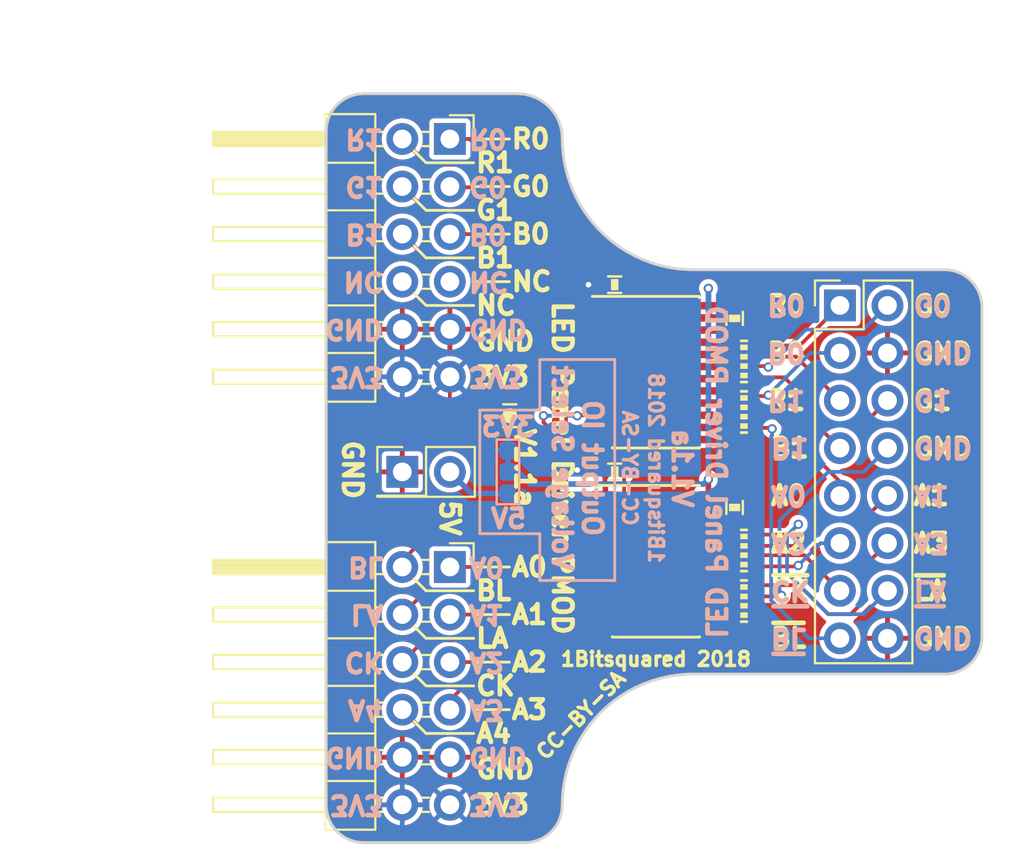
<source format=kicad_pcb>
(kicad_pcb (version 20221018) (generator pcbnew)
  (title_block (title "iCEBreaker PMOD - Hyperram") (rev "V1.1a") (company "1BitSquared") (comment 1 "2018 (C) 1BitSquared <info@1bitsquared.com>") (comment 2 "2018 (C) Piotr Esden-Tempski <piotr@esden.net>") (comment 3 "License: CC-BY-SA 4.0"))
  (layers (0 "F.Cu" signal) (31 "B.Cu" signal) (34 "B.Paste" user) (35 "F.Paste" user) (36 "B.SilkS" user "B.Silkscreen") (37 "F.SilkS" user "F.Silkscreen") (38 "B.Mask" user) (39 "F.Mask" user) (44 "Edge.Cuts" user))
  (net 0 "")
  (net 1 "GND")
  (net 2 "+3V3")
  (net 3 "+5V")
  (net 4 "/VCCB")
  (net 5 "Net-(R1-Pad2)")
  (net 6 "Net-(R2-Pad2)")
  (net 7 "Net-(R3-Pad1)")
  (net 8 "Net-(R4-Pad1)")
  (net 9 "/iA3")
  (net 10 "/iA2")
  (net 11 "/iA1")
  (net 12 "/iA0")
  (net 13 "/iR1")
  (net 14 "/iR0")
  (net 15 "/iG1")
  (net 16 "/iG0")
  (net 17 "/iB1")
  (net 18 "/iB0")
  (net 19 "Net-(J4-Pad10)")
  (net 20 "Net-(J4-Pad4)")
  (net 21 "/A0")
  (net 22 "/B1")
  (net 23 "/B0")
  (net 24 "/G1")
  (net 25 "/G0")
  (net 26 "/R1")
  (net 27 "/R0")
  (net 28 "/A1")
  (net 29 "/A2")
  (net 30 "/A3")
  (net 31 "Net-(U2-Pad15)")
  (net 32 "Net-(U2-Pad14)")
  (net 33 "Net-(U2-Pad10)")
  (net 34 "Net-(U2-Pad9)")
  (net 35 "/B0x")
  (net 36 "/R1x")
  (net 37 "/R0x")
  (net 38 "/B1x")
  (net 39 "/A0x")
  (net 40 "/A2x")
  (net 41 "/G1x")
  (net 42 "/A4x")
  (net 43 "/G0x")
  (net 44 "/A1x")
  (net 45 "/A4")
  (net 46 "/A3x")
  (net 47 "/iA4")
  (net 48 "/BLANKx")
  (net 49 "/BLANK")
  (net 50 "/SCLK")
  (net 51 "/LATCH")
  (net 52 "/LATCHx")
  (net 53 "/SCLKx")
  (net 54 "/iSCLK")
  (net 55 "/iLATCH")
  (net 56 "/iBLANK")
  (footprint "pkl_connectors:PMODHeader_2x06_P2.54mm_Horizontal" (layer "F.Cu") (at 44 38.92 180)
    (fp_text reference "J4")
    (fp_text value "PMOD")
  )
  (footprint "pkl_dipol:R_0402" (layer "F.Cu") (at 52.8 34)
    (fp_text reference "R1")
    (fp_text value "10k")
  )
  (footprint "pkl_dipol:R_0402" (layer "F.Cu") (at 52.8 44)
    (fp_text reference "R2")
    (fp_text value "10k")
  )
  (footprint "pkl_dipol:R_0402" (layer "F.Cu") (at 59.2 35.8 90)
    (fp_text reference "R3")
    (fp_text value "10k")
  )
  (footprint "pkl_dipol:R_0402" (layer "F.Cu") (at 59.2 45.9 90)
    (fp_text reference "R4")
    (fp_text value "10k")
  )
  (footprint "pkl_dipol:C_0603" (layer "F.Cu") (at 47.2 41)
    (fp_text reference "C1")
    (fp_text value "10u")
  )
  (footprint "Package_SO:TSSOP-24_4.4x7.8mm_P0.65mm" (layer "F.Cu") (at 55 38.7)
    (fp_text reference "U1")
    (fp_text value "SN74LVC8T245")
  )
  (footprint "Connector_PinHeader_2.54mm:PinHeader_2x01_P2.54mm_Vertical" (layer "F.Cu") (at 41.46 44)
    (fp_text reference "J1")
    (fp_text value "5V")
  )
  (footprint "Connector_PinHeader_2.54mm:PinHeader_2x08_P2.54mm_Vertical" (layer "F.Cu") (at 64.82 35.11)
    (fp_text reference "J6")
    (fp_text value "Conn_02x08_Odd_Even")
  )
  (footprint "Package_SO:TSSOP-24_4.4x7.8mm_P0.65mm" (layer "F.Cu") (at 55 48.8)
    (fp_text reference "U2")
    (fp_text value "SN74LVC8T245")
  )
  (footprint "pkl_dipol:R_Array_Convex_4x0402" (layer "F.Cu") (at 59.7 38.1)
    (fp_text reference "R5")
    (fp_text value "33E")
  )
  (footprint "pkl_dipol:R_Array_Convex_4x0402" (layer "F.Cu") (at 59.7 40.8)
    (fp_text reference "R6")
    (fp_text value "33E")
  )
  (footprint "pkl_dipol:R_Array_Convex_4x0402" (layer "F.Cu") (at 59.7 48.2)
    (fp_text reference "R7")
    (fp_text value "33E")
  )
  (footprint "pkl_dipol:R_Array_Convex_4x0402" (layer "F.Cu") (at 59.7 50.9)
    (fp_text reference "R8")
    (fp_text value "33E")
  )
  (footprint "pkl_connectors:PMODHeader_2x06_P2.54mm_Horizontal" (layer "F.Cu") (at 44 61.78 180)
    (fp_text reference "J2")
    (fp_text value "PMOD")
  )
  (footprint "pkl_jumpers:J_NCNO_0903_30" (layer "B.Cu") (at 47.1 44 -90)
    (fp_text reference "J5")
    (fp_text value "jmp")
  )
  (gr_line (start 52.8 49.8) (end 48.8 49.8) (stroke (width 0.15)) (layer "B.SilkS"))
  (gr_line (start 45.6 47.3) (end 45.6 40.7) (stroke (width 0.15)) (layer "B.SilkS"))
  (gr_line (start 48.8 47.3) (end 45.6 47.3) (stroke (width 0.15)) (layer "B.SilkS"))
  (gr_line (start 48.8 40.7) (end 45.6 40.7) (stroke (width 0.15)) (layer "B.SilkS"))
  (gr_line (start 48.8 38) (end 48.8 40.7) (stroke (width 0.15)) (layer "B.SilkS"))
  (gr_line (start 48.8 38) (end 52.8 38) (stroke (width 0.15)) (layer "B.SilkS"))
  (gr_line (start 52.8 38) (end 52.8 49.8) (stroke (width 0.15)) (layer "B.SilkS"))
  (gr_line (start 48.8 49.8) (end 48.8 47.3) (stroke (width 0.15)) (layer "B.SilkS"))
  (gr_line (start 42.73 57.97) (end 45.27 57.97) (stroke (width 0.15)) (layer "F.SilkS"))
  (gr_line (start 42.73 55.43) (end 45.27 55.43) (stroke (width 0.15)) (layer "F.SilkS"))
  (gr_line (start 45.27 49.08) (end 47.175 49.08) (stroke (width 0.15)) (layer "F.SilkS"))
  (gr_line (start 42.73 50.35) (end 45.27 50.35) (stroke (width 0.15)) (layer "F.SilkS"))
  (gr_line (start 45.27 54.16) (end 47.175 54.16) (stroke (width 0.15)) (layer "F.SilkS"))
  (gr_line (start 42.73 52.89) (end 45.27 52.89) (stroke (width 0.15)) (layer "F.SilkS"))
  (gr_line (start 42.095 57.335) (end 42.73 57.97) (stroke (width 0.15)) (layer "F.SilkS"))
  (gr_line (start 42.095 54.795) (end 42.73 55.43) (stroke (width 0.15)) (layer "F.SilkS"))
  (gr_line (start 42.095 52.255) (end 42.73 52.89) (stroke (width 0.15)) (layer "F.SilkS"))
  (gr_line (start 45.27 51.62) (end 47.175 51.62) (stroke (width 0.15)) (layer "F.SilkS"))
  (gr_line (start 45.27 56.7) (end 47.175 56.7) (stroke (width 0.15)) (layer "F.SilkS"))
  (gr_line (start 42.095 49.715) (end 42.73 50.35) (stroke (width 0.15)) (layer "F.SilkS"))
  (gr_line (start 45.27 28.76) (end 47.175 28.76) (stroke (width 0.15)) (layer "F.SilkS"))
  (gr_line (start 42.73 32.57) (end 45.27 32.57) (stroke (width 0.15)) (layer "F.SilkS"))
  (gr_line (start 42.095 31.935) (end 42.73 32.57) (stroke (width 0.15)) (layer "F.SilkS"))
  (gr_line (start 42.73 35.11) (end 45.27 35.11) (stroke (width 0.15)) (layer "F.SilkS"))
  (gr_line (start 42.095 29.395) (end 42.73 30.03) (stroke (width 0.15)) (layer "F.SilkS"))
  (gr_line (start 42.095 26.855) (end 42.73 27.49) (stroke (width 0.15)) (layer "F.SilkS"))
  (gr_line (start 42.095 34.475) (end 42.73 35.11) (stroke (width 0.15)) (layer "F.SilkS"))
  (gr_line (start 42.73 30.03) (end 45.27 30.03) (stroke (width 0.15)) (layer "F.SilkS"))
  (gr_line (start 45.27 31.3) (end 47.175 31.3) (stroke (width 0.15)) (layer "F.SilkS"))
  (gr_line (start 45.27 33.84) (end 47.175 33.84) (stroke (width 0.15)) (layer "F.SilkS"))
  (gr_line (start 42.73 27.49) (end 45.27 27.49) (stroke (width 0.15)) (layer "F.SilkS"))
  (gr_line (start 45.27 26.22) (end 47.175 26.22) (stroke (width 0.15)) (layer "F.SilkS"))
  (gr_arc (start 56.999999 33.199999) (mid 52.050252 31.149747) (end 50 26.2) (stroke (width 0.15)) (layer "Edge.Cuts"))
  (gr_line (start 57 54.8) (end 70.4 54.8) (stroke (width 0.15)) (layer "Edge.Cuts"))
  (gr_line (start 37.4 61.8) (end 37.4 25.8) (stroke (width 0.15)) (layer "Edge.Cuts"))
  (gr_line (start 57 33.2) (end 70.4 33.2) (stroke (width 0.15)) (layer "Edge.Cuts"))
  (gr_arc (start 50 61.8) (mid 52.050253 56.850253) (end 57 54.8) (stroke (width 0.15)) (layer "Edge.Cuts"))
  (gr_line (start 72.4 35.2) (end 72.4 52.8) (stroke (width 0.15)) (layer "Edge.Cuts"))
  (gr_line (start 39.4 23.8) (end 47.6 23.8) (stroke (width 0.15)) (layer "Edge.Cuts"))
  (gr_arc (start 70.4 33.2) (mid 71.814214 33.785786) (end 72.4 35.2) (stroke (width 0.15)) (layer "Edge.Cuts"))
  (gr_arc (start 72.4 52.8) (mid 71.814214 54.214214) (end 70.4 54.8) (stroke (width 0.15)) (layer "Edge.Cuts"))
  (gr_arc (start 39.4 63.8) (mid 37.985786 63.214214) (end 37.4 61.8) (stroke (width 0.15)) (layer "Edge.Cuts"))
  (gr_arc (start 50 61.8) (mid 49.414214 63.214214) (end 48 63.8) (stroke (width 0.15)) (layer "Edge.Cuts"))
  (gr_arc (start 47.6 23.8) (mid 49.297056 24.502944) (end 50 26.2) (stroke (width 0.15)) (layer "Edge.Cuts"))
  (gr_line (start 48 63.8) (end 39.4 63.8) (stroke (width 0.15)) (layer "Edge.Cuts"))
  (gr_arc (start 37.4 25.8) (mid 37.985786 24.385786) (end 39.4 23.8) (stroke (width 0.15)) (layer "Edge.Cuts"))
  (gr_text "LED Panel Driver PMOD" (at 58.2 44 270) (layer "B.SilkS") (effects (font (size 1 1) (thickness 0.25)) (justify mirror)))
  (gr_text "5V" (at 48.2 46.5) (layer "B.SilkS") (effects (font (size 1 1) (thickness 0.25)) (justify left mirror)))
  (gr_text "3V3" (at 47.1 41.6) (layer "B.SilkS") (effects (font (size 1 1) (thickness 0.25)) (justify mirror)))
  (gr_text "Output IO\nVoltage Select" (at 50.8 43.8 270) (layer "B.SilkS") (effects (font (size 1 1) (thickness 0.25)) (justify mirror)))
  (gr_text "G0" (at 68.63 35.11 180) (layer "B.SilkS") (effects (font (size 1 1) (thickness 0.25)) (justify left mirror)))
  (gr_text "GND" (at 68.63 37.65 180) (layer "B.SilkS") (effects (font (size 1 1) (thickness 0.25)) (justify left mirror)))
  (gr_text "R0" (at 63.1 35.11 180) (layer "B.SilkS") (effects (font (size 1 1) (thickness 0.25)) (justify right mirror)))
  (gr_text "B0" (at 63.1 37.65 180) (layer "B.SilkS") (effects (font (size 1 1) (thickness 0.25)) (justify right mirror)))
  (gr_text "R1" (at 63.1 40.19 180) (layer "B.SilkS") (effects (font (size 1 1) (thickness 0.25)) (justify right mirror)))
  (gr_text "B1" (at 61.01 42.73 180) (layer "B.SilkS") (effects (font (size 1 1) (thickness 0.25)) (justify left mirror)))
  (gr_text "A0" (at 61.01 45.27 180) (layer "B.SilkS") (effects (font (size 1 1) (thickness 0.25)) (justify left mirror)))
  (gr_text "A2" (at 61.01 47.8 180) (layer "B.SilkS") (effects (font (size 1 1) (thickness 0.25)) (justify left mirror)))
  (gr_text "~{CK}" (at 61.01 50.35 180) (layer "B.SilkS") (effects (font (size 1 1) (thickness 0.25)) (justify left mirror)))
  (gr_text "~{BL}" (at 61.01 52.89 180) (layer "B.SilkS") (effects (font (size 1 1) (thickness 0.25)) (justify left mirror)))
  (gr_text "V1.1a" (at 56.4 43.8 270) (layer "B.SilkS") (effects (font (size 1 1) (thickness 0.25)) (justify mirror)))
  (gr_text "1Bitsquared 2018" (at 55 43.8 270) (layer "B.SilkS") (effects (font (size 0.75 0.75) (thickness 0.1875)) (justify mirror)))
  (gr_text "CC-BY-SA" (at 53.6 43.8 270) (layer "B.SilkS") (effects (font (size 0.75 0.75) (thickness 0.1875)) (justify mirror)))
  (gr_text "~{LA}" (at 68.63 50.35 180) (layer "B.SilkS") (effects (font (size 1 1) (thickness 0.25)) (justify left mirror)))
  (gr_text "GND" (at 68.63 52.89 180) (layer "B.SilkS") (effects (font (size 1 1) (thickness 0.25)) (justify left mirror)))
  (gr_text "A3" (at 68.63 47.8 180) (layer "B.SilkS") (effects (font (size 1 1) (thickness 0.25)) (justify left mirror)))
  (gr_text "A1" (at 68.63 45.27 180) (layer "B.SilkS") (effects (font (size 1 1) (thickness 0.25)) (justify left mirror)))
  (gr_text "GND" (at 68.63 42.73 180) (layer "B.SilkS") (effects (font (size 1 1) (thickness 0.25)) (justify left mirror)))
  (gr_text "G1" (at 68.63 40.19 180) (layer "B.SilkS") (effects (font (size 1 1) (thickness 0.25)) (justify left mirror)))
  (gr_text "R0" (at 44.889 26.2 180) (layer "B.SilkS") (effects (font (size 1 1) (thickness 0.25)) (justify left mirror)))
  (gr_text "R1" (at 40.571 26.22 180) (layer "B.SilkS") (effects (font (size 1 1) (thickness 0.25)) (justify right mirror)))
  (gr_text "G0" (at 44.889 28.76 180) (layer "B.SilkS") (effects (font (size 1 1) (thickness 0.25)) (justify left mirror)))
  (gr_text "G1" (at 40.571 28.76 180) (layer "B.SilkS") (effects (font (size 1 1) (thickness 0.25)) (justify right mirror)))
  (gr_text "B0" (at 44.889 31.3 180) (layer "B.SilkS") (effects (font (size 1 1) (thickness 0.25)) (justify left mirror)))
  (gr_text "B1" (at 40.571 31.3 180) (layer "B.SilkS") (effects (font (size 1 1) (thickness 0.25)) (justify right mirror)))
  (gr_text "NC" (at 44.889 33.84 180) (layer "B.SilkS") (effects (font (size 1 1) (thickness 0.25)) (justify left mirror)))
  (gr_text "GND" (at 44.889 36.38 180) (layer "B.SilkS") (effects (font (size 1 1) (thickness 0.25)) (justify left mirror)))
  (gr_text "3V3" (at 40.571 38.92 180) (layer "B.SilkS") (effects (font (size 1 1) (thickness 0.25)) (justify right mirror)))
  (gr_text "NC" (at 40.571 33.84 180) (layer "B.SilkS") (effects (font (size 1 1) (thickness 0.25)) (justify right mirror)))
  (gr_text "A0" (at 44.889 49.08 180) (layer "B.SilkS") (effects (font (size 1 1) (thickness 0.25)) (justify left mirror)))
  (gr_text "BL" (at 40.571 49.08 180) (layer "B.SilkS") (effects (font (size 1 1) (thickness 0.25)) (justify right mirror)))
  (gr_text "GND" (at 40.571 36.38 180) (layer "B.SilkS") (effects (font (size 1 1) (thickness 0.25)) (justify right mirror)))
  (gr_text "3V3" (at 44.889 38.92 180) (layer "B.SilkS") (effects (font (size 1 1) (thickness 0.25)) (justify left mirror)))
  (gr_text "A1" (at 44.889 51.62 180) (layer "B.SilkS") (effects (font (size 1 1) (thickness 0.25)) (justify left mirror)))
  (gr_text "LA" (at 40.571 51.62 180) (layer "B.SilkS") (effects (font (size 1 1) (thickness 0.25)) (justify right mirror)))
  (gr_text "A2" (at 44.889 54.16 180) (layer "B.SilkS") (effects (font (size 1 1) (thickness 0.25)) (justify left mirror)))
  (gr_text "CK" (at 40.571 54.16 180) (layer "B.SilkS") (effects (font (size 1 1) (thickness 0.25)) (justify right mirror)))
  (gr_text "A3" (at 44.889 56.7 180) (layer "B.SilkS") (effects (font (size 1 1) (thickness 0.25)) (justify left mirror)))
  (gr_text "A4" (at 40.571 56.7 180) (layer "B.SilkS") (effects (font (size 1 1) (thickness 0.25)) (justify right mirror)))
  (gr_text "GND" (at 44.889 59.24 180) (layer "B.SilkS") (effects (font (size 1 1) (thickness 0.25)) (justify left mirror)))
  (gr_text "GND" (at 40.571 59.24 180) (layer "B.SilkS") (effects (font (size 1 1) (thickness 0.25)) (justify right mirror)))
  (gr_text "3V3" (at 44.889 61.78 180) (layer "B.SilkS") (effects (font (size 1 1) (thickness 0.25)) (justify left mirror)))
  (gr_text "3V3" (at 40.571 61.78 180) (layer "B.SilkS") (effects (font (size 1 1) (thickness 0.25)) (justify right mirror)))
  (gr_text "V1.1a" (at 48 43.8 270) (layer "F.SilkS") (effects (font (size 1 1) (thickness 0.25))))
  (gr_text "CC-BY-SA" (at 51 57 45) (layer "F.SilkS") (effects (font (size 0.75 0.75) (thickness 0.1875))))
  (gr_text "R0" (at 47.175 26.22) (layer "F.SilkS") (effects (font (size 1 1) (thickness 0.25)) (justify left)))
  (gr_text "R1" (at 45.27 27.49) (layer "F.SilkS") (effects (font (size 1 1) (thickness 0.25)) (justify left)))
  (gr_text "G0" (at 47.175 28.76) (layer "F.SilkS") (effects (font (size 1 1) (thickness 0.25)) (justify left)))
  (gr_text "G1" (at 45.27 30.03) (layer "F.SilkS") (effects (font (size 1 1) (thickness 0.25)) (justify left)))
  (gr_text "B0" (at 47.175 31.3) (layer "F.SilkS") (effects (font (size 1 1) (thickness 0.25)) (justify left)))
  (gr_text "B1" (at 45.27 32.57) (layer "F.SilkS") (effects (font (size 1 1) (thickness 0.25)) (justify left)))
  (gr_text "3V3" (at 45.27 38.92) (layer "F.SilkS") (effects (font (size 1 1) (thickness 0.25)) (justify left)))
  (gr_text "GND" (at 45.27 37.015) (layer "F.SilkS") (effects (font (size 1 1) (thickness 0.25)) (justify left)))
  (gr_text "NC" (at 47.175 33.84) (layer "F.SilkS") (effects (font (size 1 1) (thickness 0.25)) (justify left)))
  (gr_text "NC" (at 45.27 35.11) (layer "F.SilkS") (effects (font (size 1 1) (thickness 0.25)) (justify left)))
  (gr_text "LA" (at 45.27 52.89) (layer "F.SilkS") (effects (font (size 1 1) (thickness 0.25)) (justify left)))
  (gr_text "A2" (at 47.175 54.16) (layer "F.SilkS") (effects (font (size 1 1) (thickness 0.25)) (justify left)))
  (gr_text "A3" (at 47.175 56.7) (layer "F.SilkS") (effects (font (size 1 1) (thickness 0.25)) (justify left)))
  (gr_text "BL" (at 45.27 50.35) (layer "F.SilkS") (effects (font (size 1 1) (thickness 0.25)) (justify left)))
  (gr_text "A0" (at 47.175 49.08) (layer "F.SilkS") (effects (font (size 1 1) (thickness 0.25)) (justify left)))
  (gr_text "CK" (at 45.27 55.43) (layer "F.SilkS") (effects (font (size 1 1) (thickness 0.25)) (justify left)))
  (gr_text "3V3" (at 45.27 61.78) (layer "F.SilkS") (effects (font (size 1 1) (thickness 0.25)) (justify left)))
  (gr_text "A4" (at 45.27 57.97) (layer "F.SilkS") (effects (font (size 1 1) (thickness 0.25)) (justify left)))
  (gr_text "A1" (at 47.175 51.62) (layer "F.SilkS") (effects (font (size 1 1) (thickness 0.25)) (justify left)))
  (gr_text "GND" (at 45.27 59.875) (layer "F.SilkS") (effects (font (size 1 1) (thickness 0.25)) (justify left)))
  (gr_text "R0" (at 63.1 35.11) (layer "F.SilkS") (effects (font (size 1 1) (thickness 0.25)) (justify right)))
  (gr_text "G0" (at 68.63 35.11) (layer "F.SilkS") (effects (font (size 1 1) (thickness 0.25)) (justify left)))
  (gr_text "B0" (at 63.1 37.65) (layer "F.SilkS") (effects (font (size 1 1) (thickness 0.25)) (justify right)))
  (gr_text "GND" (at 68.63 37.65) (layer "F.SilkS") (effects (font (size 1 1) (thickness 0.25)) (justify left)))
  (gr_text "R1" (at 63.1 40.19) (layer "F.SilkS") (effects (font (size 1 1) (thickness 0.25)) (justify right)))
  (gr_text "B1" (at 61.01 42.73) (layer "F.SilkS") (effects (font (size 1 1) (thickness 0.25)) (justify left)))
  (gr_text "G1" (at 68.63 40.19) (layer "F.SilkS") (effects (font (size 1 1) (thickness 0.25)) (justify left)))
  (gr_text "GND" (at 68.63 42.73) (layer "F.SilkS") (effects (font (size 1 1) (thickness 0.25)) (justify left)))
  (gr_text "A0" (at 61.01 45.27) (layer "F.SilkS") (effects (font (size 1 1) (thickness 0.25)) (justify left)))
  (gr_text "A1" (at 68.63 45.27) (layer "F.SilkS") (effects (font (size 1 1) (thickness 0.25)) (justify left)))
  (gr_text "A2" (at 61.01 47.81) (layer "F.SilkS") (effects (font (size 1 1) (thickness 0.25)) (justify left)))
  (gr_text "A3" (at 68.63 47.81) (layer "F.SilkS") (effects (font (size 1 1) (thickness 0.25)) (justify left)))
  (gr_text "~{CK}" (at 61.01 50.35) (layer "F.SilkS") (effects (font (size 1 1) (thickness 0.25)) (justify left)))
  (gr_text "~{LA}" (at 68.63 50.35) (layer "F.SilkS") (effects (font (size 1 1) (thickness 0.25)) (justify left)))
  (gr_text "~{BL}" (at 61.01 52.89) (layer "F.SilkS") (effects (font (size 1 1) (thickness 0.25)) (justify left)))
  (gr_text "GND" (at 68.63 52.89) (layer "F.SilkS") (effects (font (size 1 1) (thickness 0.25)) (justify left)))
  (gr_text "1Bitsquared 2018" (at 55 54) (layer "F.SilkS") (effects (font (size 0.75 0.75) (thickness 0.1875))))
  (gr_text "5V" (at 44 45.4 270) (layer "F.SilkS") (effects (font (size 1 1) (thickness 0.25)) (justify left)))
  (gr_text "GND" (at 38.8 42.2 270) (layer "F.SilkS") (effects (font (size 1 1) (thickness 0.25)) (justify left)))
  (gr_text "LED Panel Driver PMOD" (at 50 43.8 270) (layer "F.SilkS") (effects (font (size 1 1) (thickness 0.25))))
  (segment (start 44.877919 41) (end 46.05 41) (width 0.2) (layer "F.Cu") (net 2))
  (segment (start 44 38.92) (end 44 40.122081) (width 0.2) (layer "F.Cu") (net 2))
  (segment (start 44 40.122081) (end 44.877919 41) (width 0.2) (layer "F.Cu") (net 2))
  (segment (start 52.3 45.075) (end 52.15 45.225) (width 0.3) (layer "F.Cu") (net 2))
  (segment (start 52.3 34.975) (end 52.15 35.125) (width 0.3) (layer "F.Cu") (net 2))
  (segment (start 50.9 44) (end 50.8 43.9) (width 0.3) (layer "F.Cu") (net 2))
  (segment (start 52.3 34) (end 51.4 34) (width 0.3) (layer "F.Cu") (net 2))
  (segment (start 52.3 44) (end 50.9 44) (width 0.3) (layer "F.Cu") (net 2))
  (segment (start 52.3 34) (end 52.3 34.975) (width 0.3) (layer "F.Cu") (net 2))
  (segment (start 46.05 41) (end 46.45 41) (width 0.2) (layer "F.Cu") (net 2))
  (segment (start 52.3 44) (end 52.3 45.075) (width 0.3) (layer "F.Cu") (net 2))
  (via (at 51.4 34) (size 0.5) (drill 0.3) (layers "F.Cu" "B.Cu") (net 2))
  (via (at 50.8 43.9) (size 0.5) (drill 0.3) (layers "F.Cu" "B.Cu") (net 2))
  (segment (start 44 38.92) (end 47.1 42.02) (width 0.3) (layer "B.Cu") (net 2))
  (segment (start 47.1 42.02) (end 47.1 42.85) (width 0.3) (layer "B.Cu") (net 2))
  (segment (start 44 44) (end 45.15 45.15) (width 0.3) (layer "B.Cu") (net 3))
  (segment (start 45.15 45.15) (end 47.1 45.15) (width 0.3) (layer "B.Cu") (net 3))
  (segment (start 57.8 45.175) (end 57.85 45.225) (width 0.3) (layer "F.Cu") (net 4))
  (segment (start 57.8 35.075) (end 57.85 35.125) (width 0.3) (layer "F.Cu") (net 4))
  (segment (start 57.85 35.125) (end 57.85 35.775) (width 0.3) (layer "F.Cu") (net 4))
  (segment (start 57.85 45.875) (end 57.85 45.225) (width 0.3) (layer "F.Cu") (net 4))
  (segment (start 57.8 44.4) (end 57.8 45.175) (width 0.3) (layer "F.Cu") (net 4))
  (segment (start 57.8 34.2) (end 57.8 35.075) (width 0.3) (layer "F.Cu") (net 4))
  (via (at 57.8 34.2) (size 0.5) (drill 0.3) (layers "F.Cu" "B.Cu") (net 4))
  (via (at 57.8 44.4) (size 0.5) (drill 0.3) (layers "F.Cu" "B.Cu") (net 4))
  (segment (start 47.1 44) (end 47.65 44) (width 0.3) (layer "B.Cu") (net 4))
  (segment (start 57.8 44.4) (end 57.8 34.2) (width 0.3) (layer "B.Cu") (net 4))
  (segment (start 47.65 44) (end 48.299999 44.649999) (width 0.3) (layer "B.Cu") (net 4))
  (segment (start 57.7 44.5) (end 57.8 44.4) (width 0.3) (layer "B.Cu") (net 4))
  (segment (start 48.299999 44.649999) (end 57.550001 44.649999) (width 0.3) (layer "B.Cu") (net 4))
  (segment (start 57.550001 44.649999) (end 57.8 44.4) (width 0.3) (layer "B.Cu") (net 4))
  (segment (start 53.3 35.375) (end 52.9 35.775) (width 0.2) (layer "F.Cu") (net 5))
  (segment (start 52.9 35.775) (end 52.15 35.775) (width 0.2) (layer "F.Cu") (net 5))
  (segment (start 53.3 34) (end 53.3 35.375) (width 0.2) (layer "F.Cu") (net 5))
  (segment (start 53.3 44.4) (end 53.3 44) (width 0.2) (layer "F.Cu") (net 6))
  (segment (start 52.15 45.875) (end 52.9 45.875) (width 0.2) (layer "F.Cu") (net 6))
  (segment (start 52.9 45.875) (end 53.3 45.475) (width 0.2) (layer "F.Cu") (net 6))
  (segment (start 53.3 45.475) (end 53.3 44.4) (width 0.2) (layer "F.Cu") (net 6))
  (segment (start 59.075 36.425) (end 59.2 36.3) (width 0.2) (layer "F.Cu") (net 7))
  (segment (start 57.85 36.425) (end 59.075 36.425) (width 0.2) (layer "F.Cu") (net 7))
  (segment (start 59.075 46.525) (end 59.2 46.4) (width 0.2) (layer "F.Cu") (net 8))
  (segment (start 57.85 46.525) (end 59.075 46.525) (width 0.2) (layer "F.Cu") (net 8))
  (segment (start 51.075 49.125) (end 52.15 49.125) (width 0.2) (layer "F.Cu") (net 9))
  (segment (start 44 56.7) (end 44 56.2) (width 0.2) (layer "F.Cu") (net 9))
  (segment (start 44 56.2) (end 51.075 49.125) (width 0.2) (layer "F.Cu") (net 9))
  (segment (start 45.474302 54.16) (end 51.159302 48.475) (width 0.2) (layer "F.Cu") (net 10))
  (segment (start 51.4 48.475) (end 52.15 48.475) (width 0.2) (layer "F.Cu") (net 10))
  (segment (start 51.159302 48.475) (end 51.4 48.475) (width 0.2) (layer "F.Cu") (net 10))
  (segment (start 44 54.16) (end 45.474302 54.16) (width 0.2) (layer "F.Cu") (net 10))
  (segment (start 44 51.62) (end 46.78 51.62) (width 0.2) (layer "F.Cu") (net 11))
  (segment (start 46.78 51.62) (end 51.225 47.175) (width 0.2) (layer "F.Cu") (net 11))
  (segment (start 51.225 47.175) (end 52.15 47.175) (width 0.2) (layer "F.Cu") (net 11))
  (segment (start 50.660996 40.325) (end 51.4 40.325) (width 0.2) (layer "F.Cu") (net 12))
  (segment (start 51.4 40.325) (end 52.15 40.325) (width 0.2) (layer "F.Cu") (net 12))
  (segment (start 50.2 40.785996) (end 50.660996 40.325) (width 0.2) (layer "F.Cu") (net 12))
  (segment (start 50.2 47) (end 50.2 40.785996) (width 0.2) (layer "F.Cu") (net 12))
  (segment (start 44 49.08) (end 48.12 49.08) (width 0.2) (layer "F.Cu") (net 12))
  (segment (start 48.12 49.08) (end 50.2 47) (width 0.2) (layer "F.Cu") (net 12))
  (segment (start 49 35.7657) (end 50.3093 37.075) (width 0.2) (layer "F.Cu") (net 13))
  (segment (start 42.84 27.6) (end 45.8 27.6) (width 0.2) (layer "F.Cu") (net 13))
  (segment (start 51.4 37.075) (end 52.15 37.075) (width 0.2) (layer "F.Cu") (net 13))
  (segment (start 50.3093 37.075) (end 51.4 37.075) (width 0.2) (layer "F.Cu") (net 13))
  (segment (start 45.8 27.6) (end 49 30.8) (width 0.2) (layer "F.Cu") (net 13))
  (segment (start 49 30.8) (end 49 35.7657) (width 0.2) (layer "F.Cu") (net 13))
  (segment (start 41.46 26.22) (end 42.84 27.6) (width 0.2) (layer "F.Cu") (net 13))
  (segment (start 49.4 30.57) (end 49.4 35.6) (width 0.2) (layer "F.Cu") (net 14))
  (segment (start 51.4 36.425) (end 52.15 36.425) (width 0.2) (layer "F.Cu") (net 14))
  (segment (start 45.05 26.22) (end 49.4 30.57) (width 0.2) (layer "F.Cu") (net 14))
  (segment (start 49.4 35.6) (end 50.225 36.425) (width 0.2) (layer "F.Cu") (net 14))
  (segment (start 50.225 36.425) (end 51.4 36.425) (width 0.2) (layer "F.Cu") (net 14))
  (segment (start 44 26.22) (end 45.05 26.22) (width 0.2) (layer "F.Cu") (net 14))
  (segment (start 51.4 38.375) (end 52.15 38.375) (width 0.2) (layer "F.Cu") (net 15))
  (segment (start 42.7 30) (end 47 30) (width 0.2) (layer "F.Cu") (net 15))
  (segment (start 41.46 28.76) (end 42.7 30) (width 0.2) (layer "F.Cu") (net 15))
  (segment (start 48.2 31.2) (end 48.2 36.0971) (width 0.2) (layer "F.Cu") (net 15))
  (segment (start 48.2 36.0971) (end 50.4779 38.375) (width 0.2) (layer "F.Cu") (net 15))
  (segment (start 47 30) (end 48.2 31.2) (width 0.2) (layer "F.Cu") (net 15))
  (segment (start 50.4779 38.375) (end 51.4 38.375) (width 0.2) (layer "F.Cu") (net 15))
  (segment (start 46.4 28.8) (end 48.6 31) (width 0.2) (layer "F.Cu") (net 16))
  (segment (start 48.6 31) (end 48.6 35.9314) (width 0.2) (layer "F.Cu") (net 16))
  (segment (start 51.4 37.725) (end 52.15 37.725) (width 0.2) (layer "F.Cu") (net 16))
  (segment (start 50.3936 37.725) (end 51.4 37.725) (width 0.2) (layer "F.Cu") (net 16))
  (segment (start 48.6 35.9314) (end 50.3936 37.725) (width 0.2) (layer "F.Cu") (net 16))
  (segment (start 44 28.76) (end 44.04 28.8) (width 0.2) (layer "F.Cu") (net 16))
  (segment (start 44.04 28.8) (end 46.4 28.8) (width 0.2) (layer "F.Cu") (net 16))
  (segment (start 51.4 39.675) (end 52.15 39.675) (width 0.2) (layer "F.Cu") (net 17))
  (segment (start 50.6465 39.675) (end 51.4 39.675) (width 0.2) (layer "F.Cu") (net 17))
  (segment (start 42.775688 32.615688) (end 44.615688 32.615688) (width 0.2) (layer "F.Cu") (net 17))
  (segment (start 47.4 36.4285) (end 50.6465 39.675) (width 0.2) (layer "F.Cu") (net 17))
  (segment (start 47.4 35.4) (end 47.4 36.4285) (width 0.2) (layer "F.Cu") (net 17))
  (segment (start 41.46 31.3) (end 42.775688 32.615688) (width 0.2) (layer "F.Cu") (net 17))
  (segment (start 44.615688 32.615688) (end 47.4 35.4) (width 0.2) (layer "F.Cu") (net 17))
  (segment (start 51.4 39.025) (end 52.15 39.025) (width 0.2) (layer "F.Cu") (net 18))
  (segment (start 47.8 36.2628) (end 50.5622 39.025) (width 0.2) (layer "F.Cu") (net 18))
  (segment (start 45.9 31.3) (end 47.8 33.2) (width 0.2) (layer "F.Cu") (net 18))
  (segment (start 44 31.3) (end 45.9 31.3) (width 0.2) (layer "F.Cu") (net 18))
  (segment (start 47.8 33.2) (end 47.8 36.2628) (width 0.2) (layer "F.Cu") (net 18))
  (segment (start 50.5622 39.025) (end 51.4 39.025) (width 0.2) (layer "F.Cu") (net 18))
  (segment (start 59.2 41.05) (end 57.925 41.05) (width 0.2) (layer "F.Cu") (net 21))
  (segment (start 57.925 41.05) (end 57.85 40.975) (width 0.2) (layer "F.Cu") (net 21))
  (segment (start 58.700001 40.55) (end 58.475001 40.325) (width 0.2) (layer "F.Cu") (net 22))
  (segment (start 59.2 40.55) (end 58.700001 40.55) (width 0.2) (layer "F.Cu") (net 22))
  (segment (start 58.475001 40.325) (end 57.85 40.325) (width 0.2) (layer "F.Cu") (net 22))
  (segment (start 59.2 39.95) (end 58.925 39.675) (width 0.2) (layer "F.Cu") (net 23))
  (segment (start 58.925 39.675) (end 57.85 39.675) (width 0.2) (layer "F.Cu") (net 23))
  (segment (start 57.925 38.95) (end 57.85 39.025) (width 0.2) (layer "F.Cu") (net 24))
  (segment (start 59.2 38.95) (end 57.925 38.95) (width 0.2) (layer "F.Cu") (net 24))
  (segment (start 57.875 38.35) (end 57.85 38.375) (width 0.2) (layer "F.Cu") (net 25))
  (segment (start 59.2 38.35) (end 57.875 38.35) (width 0.2) (layer "F.Cu") (net 25))
  (segment (start 57.975 37.85) (end 57.85 37.725) (width 0.2) (layer "F.Cu") (net 26))
  (segment (start 59.2 37.85) (end 57.975 37.85) (width 0.2) (layer "F.Cu") (net 26))
  (segment (start 59.025 37.075) (end 57.85 37.075) (width 0.2) (layer "F.Cu") (net 27))
  (segment (start 59.2 37.25) (end 59.025 37.075) (width 0.2) (layer "F.Cu") (net 27))
  (segment (start 59.2 47.95) (end 57.975 47.95) (width 0.2) (layer "F.Cu") (net 28))
  (segment (start 57.975 47.95) (end 57.85 47.825) (width 0.2) (layer "F.Cu") (net 28))
  (segment (start 59.2 49.05) (end 57.925 49.05) (width 0.2) (layer "F.Cu") (net 29))
  (segment (start 57.925 49.05) (end 57.85 49.125) (width 0.2) (layer "F.Cu") (net 29))
  (segment (start 59.2 50.05) (end 58.925 49.775) (width 0.2) (layer "F.Cu") (net 30))
  (segment (start 58.925 49.775) (end 57.85 49.775) (width 0.2) (layer "F.Cu") (net 30))
  (segment (start 60.2 39.95) (end 60.95 39.95) (width 0.2) (layer "F.Cu") (net 35))
  (segment (start 60.95 39.95) (end 61 39.9) (width 0.2) (layer "F.Cu") (net 35))
  (via (at 61 39.9) (size 0.5) (drill 0.3) (layers "F.Cu" "B.Cu") (net 35))
  (segment (start 61 39.9) (end 63.25 37.65) (width 0.2) (layer "B.Cu") (net 35))
  (segment (start 63.25 37.65) (end 64.82 37.65) (width 0.2) (layer "B.Cu") (net 35))
  (segment (start 60.2 37.85) (end 62.48 37.85) (width 0.2) (layer "F.Cu") (net 36))
  (segment (start 62.48 37.85) (end 64.82 40.19) (width 0.2) (layer "F.Cu") (net 36))
  (segment (start 60.2 37.25) (end 62.68 37.25) (width 0.2) (layer "F.Cu") (net 37))
  (segment (start 62.68 37.25) (end 64.82 35.11) (width 0.2) (layer "F.Cu") (net 37))
  (segment (start 60.2 40.55) (end 62.64 40.55) (width 0.2) (layer "F.Cu") (net 38))
  (segment (start 62.64 40.55) (end 64.82 42.73) (width 0.2) (layer "F.Cu") (net 38))
  (segment (start 60.2 41.05) (end 61.35 41.05) (width 0.2) (layer "F.Cu") (net 39))
  (segment (start 61.35 41.05) (end 64.82 44.52) (width 0.2) (layer "F.Cu") (net 39))
  (segment (start 64.82 44.52) (end 64.82 45.27) (width 0.2) (layer "F.Cu") (net 39))
  (segment (start 62.546091 49.05) (end 62.596091 49) (width 0.2) (layer "F.Cu") (net 40))
  (segment (start 60.2 49.05) (end 62.546091 49.05) (width 0.2) (layer "F.Cu") (net 40))
  (via (at 62.596091 49) (size 0.5) (drill 0.3) (layers "F.Cu" "B.Cu") (net 40))
  (segment (start 62.596091 49) (end 63.786091 47.81) (width 0.2) (layer "B.Cu") (net 40))
  (segment (start 63.786091 47.81) (end 64.82 47.81) (width 0.2) (layer "B.Cu") (net 40))
  (segment (start 64.3 41.4) (end 66.15 41.4) (width 0.2) (layer "F.Cu") (net 41))
  (segment (start 66.15 41.4) (end 66.510001 41.039999) (width 0.2) (layer "F.Cu") (net 41))
  (segment (start 66.510001 41.039999) (end 67.36 40.19) (width 0.2) (layer "F.Cu") (net 41))
  (segment (start 60.2 38.95) (end 61.85 38.95) (width 0.2) (layer "F.Cu") (net 41))
  (segment (start 61.85 38.95) (end 64.3 41.4) (width 0.2) (layer "F.Cu") (net 41))
  (segment (start 60.2 50.65) (end 61.65 50.65) (width 0.2) (layer "F.Cu") (net 42))
  (segment (start 61.65 50.65) (end 61.7 50.6) (width 0.2) (layer "F.Cu") (net 42))
  (via (at 61.7 50.6) (size 0.5) (drill 0.3) (layers "F.Cu" "B.Cu") (net 42))
  (segment (start 61.7 50.6) (end 61.6 50.5) (width 0.2) (layer "B.Cu") (net 42))
  (segment (start 64.2 44) (end 66.09 44) (width 0.2) (layer "B.Cu") (net 42))
  (segment (start 61.6 46.6) (end 64.2 44) (width 0.2) (layer "B.Cu") (net 42))
  (segment (start 61.6 50.5) (end 61.6 46.6) (width 0.2) (layer "B.Cu") (net 42))
  (segment (start 66.09 44) (end 66.510001 43.579999) (width 0.2) (layer "B.Cu") (net 42))
  (segment (start 66.510001 43.579999) (end 67.36 42.73) (width 0.2) (layer "B.Cu") (net 42))
  (segment (start 60.95 38.35) (end 61 38.4) (width 0.2) (layer "F.Cu") (net 43))
  (segment (start 60.2 38.35) (end 60.95 38.35) (width 0.2) (layer "F.Cu") (net 43))
  (via (at 61 38.4) (size 0.5) (drill 0.3) (layers "F.Cu" "B.Cu") (net 43))
  (segment (start 66.07 36.4) (end 66.510001 35.959999) (width 0.2) (layer "B.Cu") (net 43))
  (segment (start 66.510001 35.959999) (end 67.36 35.11) (width 0.2) (layer "B.Cu") (net 43))
  (segment (start 61 38.4) (end 63 36.4) (width 0.2) (layer "B.Cu") (net 43))
  (segment (start 63 36.4) (end 66.07 36.4) (width 0.2) (layer "B.Cu") (net 43))
  (segment (start 64.35 46.5) (end 66.13 46.5) (width 0.2) (layer "F.Cu") (net 44))
  (segment (start 66.510001 46.119999) (end 67.36 45.27) (width 0.2) (layer "F.Cu") (net 44))
  (segment (start 66.13 46.5) (end 66.510001 46.119999) (width 0.2) (layer "F.Cu") (net 44))
  (segment (start 60.2 47.95) (end 62.9 47.95) (width 0.2) (layer "F.Cu") (net 44))
  (segment (start 62.9 47.95) (end 64.35 46.5) (width 0.2) (layer "F.Cu") (net 44))
  (segment (start 58.625 50.425) (end 58.6 50.425) (width 0.2) (layer "F.Cu") (net 45))
  (segment (start 58.6 50.425) (end 57.85 50.425) (width 0.2) (layer "F.Cu") (net 45))
  (segment (start 58.85 50.65) (end 58.625 50.425) (width 0.2) (layer "F.Cu") (net 45))
  (segment (start 59.2 50.65) (end 58.85 50.65) (width 0.2) (layer "F.Cu") (net 45))
  (segment (start 65.4 51.6) (end 66.1 50.9) (width 0.2) (layer "F.Cu") (net 46))
  (segment (start 66.510001 48.659999) (end 67.36 47.81) (width 0.2) (layer "F.Cu") (net 46))
  (segment (start 64.2 51.6) (end 65.4 51.6) (width 0.2) (layer "F.Cu") (net 46))
  (segment (start 62.65 50.05) (end 64.2 51.6) (width 0.2) (layer "F.Cu") (net 46))
  (segment (start 60.2 50.05) (end 62.65 50.05) (width 0.2) (layer "F.Cu") (net 46))
  (segment (start 66.1 50.9) (end 66.1 49.07) (width 0.2) (layer "F.Cu") (net 46))
  (segment (start 66.1 49.07) (end 66.510001 48.659999) (width 0.2) (layer "F.Cu") (net 46))
  (segment (start 42.76 58) (end 45.26 58) (width 0.2) (layer "F.Cu") (net 47))
  (segment (start 45.86 57.4) (end 45.86 54.905698) (width 0.2) (layer "F.Cu") (net 47))
  (segment (start 45.26 58) (end 45.86 57.4) (width 0.2) (layer "F.Cu") (net 47))
  (segment (start 50.990698 49.775) (end 52.15 49.775) (width 0.2) (layer "F.Cu") (net 47))
  (segment (start 41.46 56.7) (end 42.76 58) (width 0.2) (layer "F.Cu") (net 47))
  (segment (start 45.86 54.905698) (end 50.990698 49.775) (width 0.2) (layer "F.Cu") (net 47))
  (segment (start 60.2 41.65) (end 61.15 41.65) (width 0.2) (layer "F.Cu") (net 48))
  (segment (start 61.15 41.65) (end 61.2 41.7) (width 0.2) (layer "F.Cu") (net 48))
  (via (at 61.2 41.7) (size 0.5) (drill 0.3) (layers "F.Cu" "B.Cu") (net 48))
  (segment (start 61.149999 42.103554) (end 61.149999 50.864001) (width 0.2) (layer "B.Cu") (net 48))
  (segment (start 63.617919 52.89) (end 64.82 52.89) (width 0.2) (layer "B.Cu") (net 48))
  (segment (start 61.2 41.7) (end 61.2 42.053553) (width 0.2) (layer "B.Cu") (net 48))
  (segment (start 61.149999 50.864001) (end 63.175998 52.89) (width 0.2) (layer "B.Cu") (net 48))
  (segment (start 61.2 42.053553) (end 61.149999 42.103554) (width 0.2) (layer "B.Cu") (net 48))
  (segment (start 63.175998 52.89) (end 63.617919 52.89) (width 0.2) (layer "B.Cu") (net 48))
  (segment (start 57.875 41.65) (end 57.85 41.625) (width 0.2) (layer "F.Cu") (net 49))
  (segment (start 59.2 41.65) (end 57.875 41.65) (width 0.2) (layer "F.Cu") (net 49))
  (segment (start 59.2 48.45) (end 57.875 48.45) (width 0.2) (layer "F.Cu") (net 50))
  (segment (start 57.875 48.45) (end 57.85 48.475) (width 0.2) (layer "F.Cu") (net 50))
  (segment (start 59.025 47.175) (end 57.85 47.175) (width 0.2) (layer "F.Cu") (net 51))
  (segment (start 59.2 47.35) (end 59.025 47.175) (width 0.2) (layer "F.Cu") (net 51))
  (segment (start 62.05 47.35) (end 62.350001 47.049999) (width 0.2) (layer "F.Cu") (net 52))
  (segment (start 62.350001 47.049999) (end 62.6 46.8) (width 0.2) (layer "F.Cu") (net 52))
  (segment (start 60.2 47.35) (end 62.05 47.35) (width 0.2) (layer "F.Cu") (net 52))
  (via (at 62.6 46.8) (size 0.5) (drill 0.3) (layers "F.Cu" "B.Cu") (net 52))
  (segment (start 66.11 51.6) (end 64.2 51.6) (width 0.2) (layer "B.Cu") (net 52))
  (segment (start 64.2 51.6) (end 62 49.4) (width 0.2) (layer "B.Cu") (net 52))
  (segment (start 62 47.4) (end 62.350001 47.049999) (width 0.2) (layer "B.Cu") (net 52))
  (segment (start 62.350001 47.049999) (end 62.6 46.8) (width 0.2) (layer "B.Cu") (net 52))
  (segment (start 62 49.4) (end 62 47.4) (width 0.2) (layer "B.Cu") (net 52))
  (segment (start 67.36 50.35) (end 66.11 51.6) (width 0.2) (layer "B.Cu") (net 52))
  (segment (start 60.2 48.45) (end 62.92 48.45) (width 0.2) (layer "F.Cu") (net 53))
  (segment (start 62.92 48.45) (end 64.82 50.35) (width 0.2) (layer "F.Cu") (net 53))
  (segment (start 41.46 54.16) (end 42.62 53) (width 0.2) (layer "F.Cu") (net 54))
  (segment (start 46.068604 53) (end 51.243604 47.825) (width 0.2) (layer "F.Cu") (net 54))
  (segment (start 51.4 47.825) (end 52.15 47.825) (width 0.2) (layer "F.Cu") (net 54))
  (segment (start 51.243604 47.825) (end 51.4 47.825) (width 0.2) (layer "F.Cu") (net 54))
  (segment (start 42.62 53) (end 46.068604 53) (width 0.2) (layer "F.Cu") (net 54))
  (segment (start 41.46 51.62) (end 42.68 50.4) (width 0.2) (layer "F.Cu") (net 55))
  (segment (start 51.275 46.525) (end 52.15 46.525) (width 0.2) (layer "F.Cu") (net 55))
  (segment (start 42.68 50.4) (end 47.4 50.4) (width 0.2) (layer "F.Cu") (net 55))
  (segment (start 47.4 50.4) (end 51.275 46.525) (width 0.2) (layer "F.Cu") (net 55))
  (segment (start 49.8 42.153553) (end 49 41.353553) (width 0.2) (layer "F.Cu") (net 56))
  (segment (start 50.825 40.975) (end 50.8 41) (width 0.2) (layer "F.Cu") (net 56))
  (segment (start 49 41.353553) (end 49 41) (width 0.2) (layer "F.Cu") (net 56))
  (segment (start 49.8 46.8) (end 49.8 42.153553) (width 0.2) (layer "F.Cu") (net 56))
  (segment (start 41.46 48.74) (end 42.4 47.8) (width 0.2) (layer "F.Cu") (net 56))
  (segment (start 52.15 40.975) (end 50.825 40.975) (width 0.2) (layer "F.Cu") (net 56))
  (segment (start 42.4 47.8) (end 48.8 47.8) (width 0.2) (layer "F.Cu") (net 56))
  (segment (start 41.46 49.08) (end 41.46 48.74) (width 0.2) (layer "F.Cu") (net 56))
  (segment (start 48.8 47.8) (end 49.8 46.8) (width 0.2) (layer "F.Cu") (net 56))
  (via (at 49 41) (size 0.5) (drill 0.3) (layers "F.Cu" "B.Cu") (net 56))
  (via (at 50.8 41) (size 0.5) (drill 0.3) (layers "F.Cu" "B.Cu") (net 56))
  (segment (start 50.8 41) (end 49 41) (width 0.2) (layer "B.Cu") (net 56))
  (zone (net 1) (net_name "GND") (layer "F.Cu") (connect_pads (clearance 0.25)) (min_thickness 0.25) (fill yes (thermal_gap 0.25) (thermal_bridge_width 0.26))
    (polygon (pts (xy 72.4 54.8) (xy 57 54.8) (xy 49 63.8) (xy 37.4 63.8) (xy 37.4 23.8) (xy 48.8 23.8) (xy 57 33.2) (xy 72.4 33.2)))
  )
  (zone (net 2) (net_name "+3V3") (layer "B.Cu") (connect_pads (clearance 0.25)) (min_thickness 0.25) (fill yes (thermal_gap 0.25) (thermal_bridge_width 0.26))
    (polygon (pts (xy 72.4 54.8) (xy 57 54.8) (xy 49 63.8) (xy 37.4 63.8) (xy 37.4 23.8) (xy 48.8 23.8) (xy 57 33.2) (xy 72.4 33.2)))
  )
)
</source>
